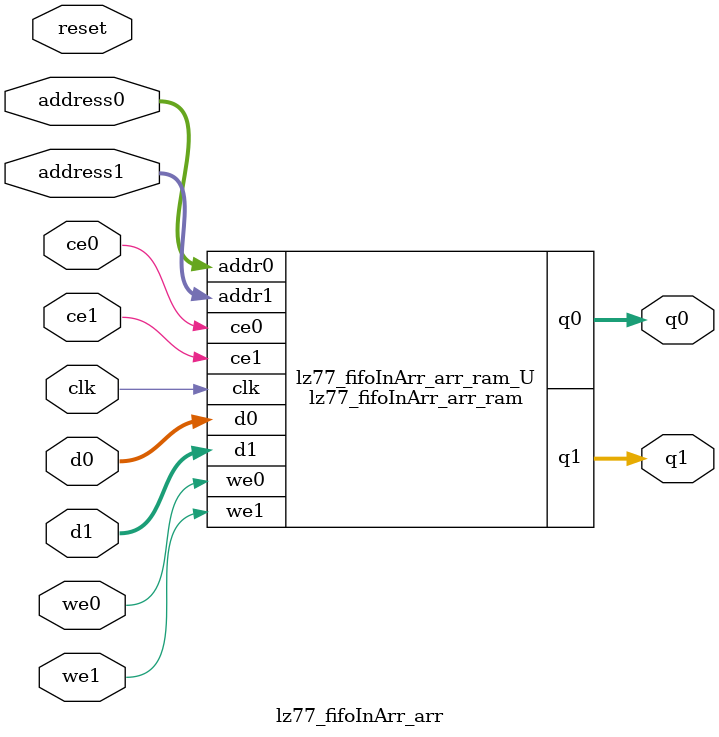
<source format=v>
`timescale 1 ns / 1 ps
module lz77_fifoInArr_arr_ram (addr0, ce0, d0, we0, q0, addr1, ce1, d1, we1, q1,  clk);

parameter DWIDTH = 8;
parameter AWIDTH = 13;
parameter MEM_SIZE = 8192;

input[AWIDTH-1:0] addr0;
input ce0;
input[DWIDTH-1:0] d0;
input we0;
output reg[DWIDTH-1:0] q0;
input[AWIDTH-1:0] addr1;
input ce1;
input[DWIDTH-1:0] d1;
input we1;
output reg[DWIDTH-1:0] q1;
input clk;

(* ram_style = "block" *)reg [DWIDTH-1:0] ram[0:MEM_SIZE-1];




always @(posedge clk)  
begin 
    if (ce0) 
    begin
        if (we0) 
        begin 
            ram[addr0] <= d0; 
        end 
        q0 <= ram[addr0];
    end
end


always @(posedge clk)  
begin 
    if (ce1) 
    begin
        if (we1) 
        begin 
            ram[addr1] <= d1; 
        end 
        q1 <= ram[addr1];
    end
end


endmodule

`timescale 1 ns / 1 ps
module lz77_fifoInArr_arr(
    reset,
    clk,
    address0,
    ce0,
    we0,
    d0,
    q0,
    address1,
    ce1,
    we1,
    d1,
    q1);

parameter DataWidth = 32'd8;
parameter AddressRange = 32'd8192;
parameter AddressWidth = 32'd13;
input reset;
input clk;
input[AddressWidth - 1:0] address0;
input ce0;
input we0;
input[DataWidth - 1:0] d0;
output[DataWidth - 1:0] q0;
input[AddressWidth - 1:0] address1;
input ce1;
input we1;
input[DataWidth - 1:0] d1;
output[DataWidth - 1:0] q1;



lz77_fifoInArr_arr_ram lz77_fifoInArr_arr_ram_U(
    .clk( clk ),
    .addr0( address0 ),
    .ce0( ce0 ),
    .we0( we0 ),
    .d0( d0 ),
    .q0( q0 ),
    .addr1( address1 ),
    .ce1( ce1 ),
    .we1( we1 ),
    .d1( d1 ),
    .q1( q1 ));

endmodule


</source>
